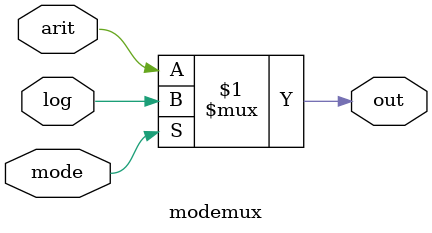
<source format=sv>
`timescale 1ns / 1ps


module modemux(
    input logic mode,
    input logic arit,
    input logic log,
    output logic out
    );
    
    assign out = (mode)?log:arit;
endmodule

</source>
